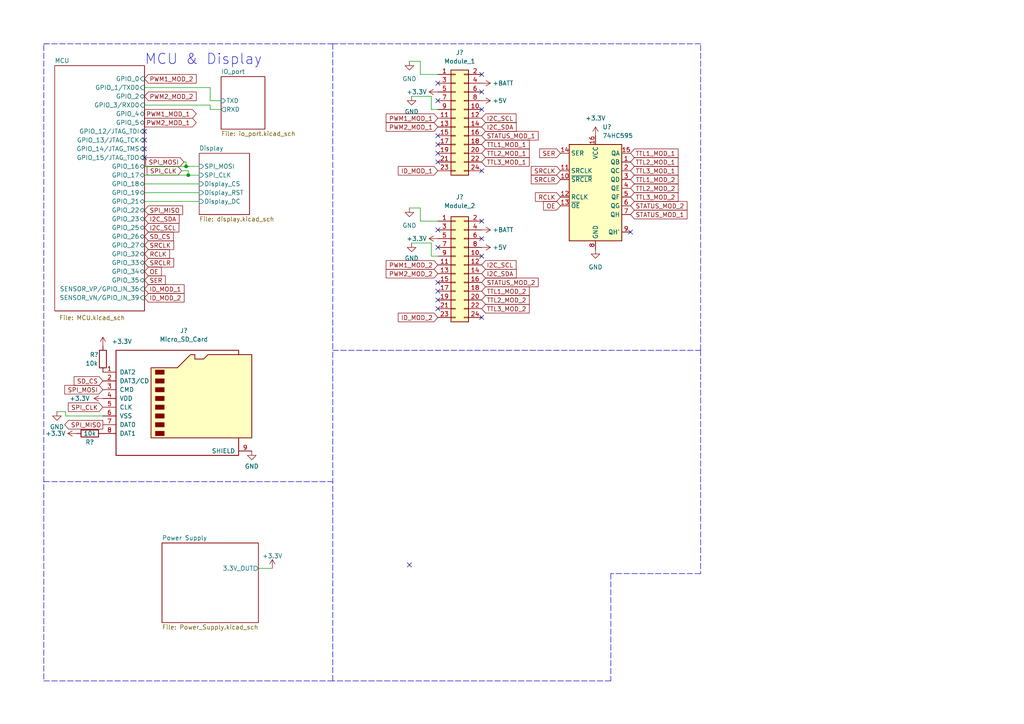
<source format=kicad_sch>
(kicad_sch (version 20211123) (generator eeschema)
  (paper "A4")
  (lib_symbols
    (symbol "74xx:74HC595"
      (property "Reference" "U" (at -7.62 13.97 0))
      (property "Value" "74HC595" (at -7.62 -16.51 0))
      (symbol "74HC595_1_0"
        (pin tri_state line (at 10.16 7.62 180) (length 2.54) (name "QB") (number "1"))
        (pin input line (at -10.16 2.54 0) (length 2.54) (name "~{SRCLR}") (number "10"))
        (pin input line (at -10.16 5.08 0) (length 2.54) (name "SRCLK") (number "11"))
        (pin input line (at -10.16 -2.54 0) (length 2.54) (name "RCLK") (number "12"))
        (pin input line (at -10.16 -5.08 0) (length 2.54) (name "~{OE}") (number "13"))
        (pin input line (at -10.16 10.16 0) (length 2.54) (name "SER") (number "14"))
        (pin tri_state line (at 10.16 10.16 180) (length 2.54) (name "QA") (number "15"))
        (pin power_in line (at 0 15.24 270) (length 2.54) (name "VCC") (number "16"))
        (pin tri_state line (at 10.16 5.08 180) (length 2.54) (name "QC") (number "2"))
        (pin tri_state line (at 10.16 2.54 180) (length 2.54) (name "QD") (number "3"))
        (pin tri_state line (at 10.16 0 180) (length 2.54) (name "QE") (number "4"))
        (pin tri_state line (at 10.16 -2.54 180) (length 2.54) (name "QF") (number "5"))
        (pin tri_state line (at 10.16 -5.08 180) (length 2.54) (name "QG") (number "6"))
        (pin tri_state line (at 10.16 -7.62 180) (length 2.54) (name "QH") (number "7"))
        (pin power_in line (at 0 -17.78 90) (length 2.54) (name "GND") (number "8"))
        (pin output line (at 10.16 -12.7 180) (length 2.54) (name "QH'") (number "9"))
      )
      (symbol "74HC595_1_1"
        (rectangle (start -7.62 12.7) (end 7.62 -15.24) (stroke (width 0.254)) (fill (type background)))
      )
    )
    (symbol "Connector:Micro_SD_Card" (pin_names (offset 1.016))
      (property "Reference" "J" (at -16.51 15.24 0))
      (property "Value" "Micro_SD_Card" (at 16.51 15.24 0))
      (symbol "Micro_SD_Card_0_1"
        (rectangle (start -7.62 -9.525) (end -5.08 -10.795) (fill (type outline)))
        (rectangle (start -7.62 -6.985) (end -5.08 -8.255) (fill (type outline)))
        (rectangle (start -7.62 -4.445) (end -5.08 -5.715) (fill (type outline)))
        (rectangle (start -7.62 -1.905) (end -5.08 -3.175) (fill (type outline)))
        (rectangle (start -7.62 0.635) (end -5.08 -0.635) (fill (type outline)))
        (rectangle (start -7.62 3.175) (end -5.08 1.905) (fill (type outline)))
        (rectangle (start -7.62 5.715) (end -5.08 4.445) (fill (type outline)))
        (rectangle (start -7.62 8.255) (end -5.08 6.985) (fill (type outline)))
        (polyline (pts (xy 16.51 12.7) (xy 16.51 13.97) (xy -19.05 13.97) (xy -19.05 -16.51) (xy 16.51 -16.51) (xy 16.51 -11.43)) (stroke (width 0.254)))
        (polyline (pts (xy -8.89 -11.43) (xy -8.89 8.89) (xy -1.27 8.89) (xy 2.54 12.7) (xy 3.81 12.7) (xy 3.81 11.43) (xy 6.35 11.43) (xy 7.62 12.7) (xy 20.32 12.7) (xy 20.32 -11.43) (xy -8.89 -11.43)) (stroke (width 0.254)) (fill (type background)))
      )
      (symbol "Micro_SD_Card_1_1"
        (pin bidirectional line (at -22.86 7.62 0) (length 3.81) (name "DAT2") (number "1"))
        (pin bidirectional line (at -22.86 5.08 0) (length 3.81) (name "DAT3/CD") (number "2"))
        (pin input line (at -22.86 2.54 0) (length 3.81) (name "CMD") (number "3"))
        (pin power_in line (at -22.86 0 0) (length 3.81) (name "VDD") (number "4"))
        (pin input line (at -22.86 -2.54 0) (length 3.81) (name "CLK") (number "5"))
        (pin power_in line (at -22.86 -5.08 0) (length 3.81) (name "VSS") (number "6"))
        (pin bidirectional line (at -22.86 -7.62 0) (length 3.81) (name "DAT0") (number "7"))
        (pin bidirectional line (at -22.86 -10.16 0) (length 3.81) (name "DAT1") (number "8"))
        (pin passive line (at 20.32 -15.24 180) (length 3.81) (name "SHIELD") (number "9"))
      )
    )
    (symbol "Connector_Generic:Conn_02x12_Odd_Even" (pin_names (offset 1.016) hide)
      (property "Reference" "J" (at 1.27 15.24 0))
      (property "Value" "Conn_02x12_Odd_Even" (at 1.27 -17.78 0))
      (symbol "Conn_02x12_Odd_Even_1_1"
        (rectangle (start -1.27 -15.113) (end 0 -15.367) (stroke (width 0.1524)))
        (rectangle (start -1.27 -12.573) (end 0 -12.827) (stroke (width 0.1524)))
        (rectangle (start -1.27 -10.033) (end 0 -10.287) (stroke (width 0.1524)))
        (rectangle (start -1.27 -7.493) (end 0 -7.747) (stroke (width 0.1524)))
        (rectangle (start -1.27 -4.953) (end 0 -5.207) (stroke (width 0.1524)))
        (rectangle (start -1.27 -2.413) (end 0 -2.667) (stroke (width 0.1524)))
        (rectangle (start -1.27 0.127) (end 0 -0.127) (stroke (width 0.1524)))
        (rectangle (start -1.27 2.667) (end 0 2.413) (stroke (width 0.1524)))
        (rectangle (start -1.27 5.207) (end 0 4.953) (stroke (width 0.1524)))
        (rectangle (start -1.27 7.747) (end 0 7.493) (stroke (width 0.1524)))
        (rectangle (start -1.27 10.287) (end 0 10.033) (stroke (width 0.1524)))
        (rectangle (start -1.27 12.827) (end 0 12.573) (stroke (width 0.1524)))
        (rectangle (start -1.27 13.97) (end 3.81 -16.51) (stroke (width 0.254)) (fill (type background)))
        (rectangle (start 3.81 -15.113) (end 2.54 -15.367) (stroke (width 0.1524)))
        (rectangle (start 3.81 -12.573) (end 2.54 -12.827) (stroke (width 0.1524)))
        (rectangle (start 3.81 -10.033) (end 2.54 -10.287) (stroke (width 0.1524)))
        (rectangle (start 3.81 -7.493) (end 2.54 -7.747) (stroke (width 0.1524)))
        (rectangle (start 3.81 -4.953) (end 2.54 -5.207) (stroke (width 0.1524)))
        (rectangle (start 3.81 -2.413) (end 2.54 -2.667) (stroke (width 0.1524)))
        (rectangle (start 3.81 0.127) (end 2.54 -0.127) (stroke (width 0.1524)))
        (rectangle (start 3.81 2.667) (end 2.54 2.413) (stroke (width 0.1524)))
        (rectangle (start 3.81 5.207) (end 2.54 4.953) (stroke (width 0.1524)))
        (rectangle (start 3.81 7.747) (end 2.54 7.493) (stroke (width 0.1524)))
        (rectangle (start 3.81 10.287) (end 2.54 10.033) (stroke (width 0.1524)))
        (rectangle (start 3.81 12.827) (end 2.54 12.573) (stroke (width 0.1524)))
        (pin passive line (at -5.08 12.7 0) (length 3.81) (name "Pin_1") (number "1"))
        (pin passive line (at 7.62 2.54 180) (length 3.81) (name "Pin_10") (number "10"))
        (pin passive line (at -5.08 0 0) (length 3.81) (name "Pin_11") (number "11"))
        (pin passive line (at 7.62 0 180) (length 3.81) (name "Pin_12") (number "12"))
        (pin passive line (at -5.08 -2.54 0) (length 3.81) (name "Pin_13") (number "13"))
        (pin passive line (at 7.62 -2.54 180) (length 3.81) (name "Pin_14") (number "14"))
        (pin passive line (at -5.08 -5.08 0) (length 3.81) (name "Pin_15") (number "15"))
        (pin passive line (at 7.62 -5.08 180) (length 3.81) (name "Pin_16") (number "16"))
        (pin passive line (at -5.08 -7.62 0) (length 3.81) (name "Pin_17") (number "17"))
        (pin passive line (at 7.62 -7.62 180) (length 3.81) (name "Pin_18") (number "18"))
        (pin passive line (at -5.08 -10.16 0) (length 3.81) (name "Pin_19") (number "19"))
        (pin passive line (at 7.62 12.7 180) (length 3.81) (name "Pin_2") (number "2"))
        (pin passive line (at 7.62 -10.16 180) (length 3.81) (name "Pin_20") (number "20"))
        (pin passive line (at -5.08 -12.7 0) (length 3.81) (name "Pin_21") (number "21"))
        (pin passive line (at 7.62 -12.7 180) (length 3.81) (name "Pin_22") (number "22"))
        (pin passive line (at -5.08 -15.24 0) (length 3.81) (name "Pin_23") (number "23"))
        (pin passive line (at 7.62 -15.24 180) (length 3.81) (name "Pin_24") (number "24"))
        (pin passive line (at -5.08 10.16 0) (length 3.81) (name "Pin_3") (number "3"))
        (pin passive line (at 7.62 10.16 180) (length 3.81) (name "Pin_4") (number "4"))
        (pin passive line (at -5.08 7.62 0) (length 3.81) (name "Pin_5") (number "5"))
        (pin passive line (at 7.62 7.62 180) (length 3.81) (name "Pin_6") (number "6"))
        (pin passive line (at -5.08 5.08 0) (length 3.81) (name "Pin_7") (number "7"))
        (pin passive line (at 7.62 5.08 180) (length 3.81) (name "Pin_8") (number "8"))
        (pin passive line (at -5.08 2.54 0) (length 3.81) (name "Pin_9") (number "9"))
      )
    )
    (symbol "Device:R" (pin_numbers hide) (pin_names (offset 0))
      (property "Reference" "R" (at 2.032 0 90))
      (property "Value" "R" (at 0 0 90))
      (symbol "R_0_1"
        (rectangle (start -1.016 -2.54) (end 1.016 2.54) (stroke (width 0.254)))
      )
      (symbol "R_1_1"
        (pin passive line (at 0 3.81 270) (length 1.27) (name "~") (number "1"))
        (pin passive line (at 0 -3.81 90) (length 1.27) (name "~") (number "2"))
      )
    )
    (symbol "power:+3.3V" (power) (pin_names (offset 0))
      (property "Value" "+3.3V" (at 0 3.556 0))
      (symbol "+3.3V_0_1"
        (polyline (pts (xy -0.762 1.27) (xy 0 2.54)))
        (polyline (pts (xy 0 0) (xy 0 2.54)))
        (polyline (pts (xy 0 2.54) (xy 0.762 1.27)))
      )
      (symbol "+3.3V_1_1"
        (pin power_in line (at 0 0 90) (length 0) hide (name "+3.3V") (number "1"))
      )
    )
    (symbol "power:+5V" (power) (pin_names (offset 0))
      (property "Value" "+5V" (at 0 3.556 0))
      (symbol "+5V_0_1"
        (polyline (pts (xy -0.762 1.27) (xy 0 2.54)))
        (polyline (pts (xy 0 0) (xy 0 2.54)))
        (polyline (pts (xy 0 2.54) (xy 0.762 1.27)))
      )
      (symbol "+5V_1_1"
        (pin power_in line (at 0 0 90) (length 0) hide (name "+5V") (number "1"))
      )
    )
    (symbol "power:+BATT" (power) (pin_names (offset 0))
      (property "Value" "+BATT" (at 0 3.556 0))
      (symbol "+BATT_0_1"
        (polyline (pts (xy -0.762 1.27) (xy 0 2.54)))
        (polyline (pts (xy 0 0) (xy 0 2.54)))
        (polyline (pts (xy 0 2.54) (xy 0.762 1.27)))
      )
      (symbol "+BATT_1_1"
        (pin power_in line (at 0 0 90) (length 0) hide (name "+BATT") (number "1"))
      )
    )
    (symbol "power:GND" (power) (pin_names (offset 0))
      (property "Value" "GND" (at 0 -3.81 0))
      (symbol "GND_0_1"
        (polyline (pts (xy 0 0) (xy 0 -1.27) (xy 1.27 -1.27) (xy 0 -2.54) (xy -1.27 -1.27) (xy 0 -1.27)))
      )
      (symbol "GND_1_1"
        (pin power_in line (at 0 0 270) (length 0) hide (name "GND") (number "1"))
      )
    )
  )
  (junction (at 53.975 48.26))
  (junction (at 54.61 50.8))
  (no_connect (at 118.745 163.83))
  (no_connect (at 41.91 40.64))
  (no_connect (at 41.91 38.1))
  (no_connect (at 41.91 43.18))
  (no_connect (at 41.91 45.72))
  (no_connect (at 139.7 69.215))
  (no_connect (at 127 41.91))
  (no_connect (at 127 84.455))
  (no_connect (at 127 44.45))
  (no_connect (at 182.88 67.31))
  (no_connect (at 139.7 49.53))
  (no_connect (at 139.7 74.295))
  (no_connect (at 139.7 64.135))
  (no_connect (at 127 24.13))
  (no_connect (at 139.7 21.59))
  (no_connect (at 139.7 26.67))
  (no_connect (at 127 81.915))
  (no_connect (at 139.7 31.75))
  (no_connect (at 127 29.21))
  (no_connect (at 127 86.995))
  (no_connect (at 127 46.99))
  (no_connect (at 127 89.535))
  (no_connect (at 127 66.675))
  (no_connect (at 127 71.755))
  (no_connect (at 139.7 92.075))
  (no_connect (at 127 39.37))
  (wire (pts (xy 125.095 27.94) (xy 125.095 31.75)))
  (polyline (pts (xy 203.2 166.37) (xy 177.165 166.37)))
  (wire (pts (xy 60.96 29.21) (xy 64.135 29.21)))
  (wire (pts (xy 53.34 46.99) (xy 53.975 46.99)))
  (wire (pts (xy 52.705 49.53) (xy 54.61 49.53)))
  (wire (pts (xy 121.92 17.78) (xy 121.92 21.59)))
  (polyline (pts (xy 203.2 101.6) (xy 203.2 12.7)))
  (wire (pts (xy 41.91 53.34) (xy 57.785 53.34)))
  (wire (pts (xy 119.38 70.485) (xy 125.095 70.485)))
  (wire (pts (xy 125.095 74.295) (xy 127 74.295)))
  (wire (pts (xy 64.135 31.75) (xy 60.96 31.75)))
  (wire (pts (xy 125.095 31.75) (xy 127 31.75)))
  (wire (pts (xy 118.745 17.78) (xy 121.92 17.78)))
  (polyline (pts (xy 12.7 139.7) (xy 96.52 139.7)))
  (polyline (pts (xy 96.52 197.485) (xy 96.52 101.6)))
  (wire (pts (xy 118.745 60.325) (xy 121.92 60.325)))
  (polyline (pts (xy 12.7 12.7) (xy 13.97 12.7)))
  (wire (pts (xy 41.91 48.26) (xy 53.975 48.26)))
  (polyline (pts (xy 12.7 101.6) (xy 12.7 12.7)))
  (wire (pts (xy 121.92 60.325) (xy 121.92 64.135)))
  (wire (pts (xy 54.61 49.53) (xy 54.61 50.8)))
  (wire (pts (xy 41.91 50.8) (xy 54.61 50.8)))
  (polyline (pts (xy 177.165 166.37) (xy 177.165 197.485)))
  (polyline (pts (xy 203.2 12.7) (xy 96.52 12.7)))
  (wire (pts (xy 41.91 30.48) (xy 60.96 30.48)))
  (wire (pts (xy 53.975 46.99) (xy 53.975 48.26)))
  (wire (pts (xy 119.38 27.94) (xy 125.095 27.94)))
  (polyline (pts (xy 203.2 101.6) (xy 203.2 166.37)))
  (wire (pts (xy 121.92 21.59) (xy 127 21.59)))
  (wire (pts (xy 60.96 25.4) (xy 60.96 29.21)))
  (wire (pts (xy 19.05 120.65) (xy 19.05 119.38)))
  (polyline (pts (xy 12.7 197.485) (xy 96.52 197.485)))
  (polyline (pts (xy 12.7 12.7) (xy 96.52 12.7)))
  (wire (pts (xy 19.05 119.38) (xy 16.51 119.38)))
  (polyline (pts (xy 12.7 101.6) (xy 12.7 197.485)))
  (wire (pts (xy 29.845 120.65) (xy 19.05 120.65)))
  (polyline (pts (xy 96.52 12.7) (xy 96.52 101.6)))
  (wire (pts (xy 60.96 31.75) (xy 60.96 30.48)))
  (polyline (pts (xy 177.165 197.485) (xy 96.52 197.485)))
  (wire (pts (xy 74.93 164.846) (xy 78.994 164.846)))
  (wire (pts (xy 54.61 50.8) (xy 57.785 50.8)))
  (wire (pts (xy 41.91 58.42) (xy 57.785 58.42)))
  (wire (pts (xy 121.92 64.135) (xy 127 64.135)))
  (polyline (pts (xy 96.52 101.6) (xy 203.2 101.6)))
  (wire (pts (xy 41.91 55.88) (xy 57.785 55.88)))
  (wire (pts (xy 125.095 70.485) (xy 125.095 74.295)))
  (wire (pts (xy 53.975 48.26) (xy 57.785 48.26)))
  (wire (pts (xy 41.91 25.4) (xy 60.96 25.4)))
  (text "MCU & Display" (at 41.91 19.05 0) (effects (font (size 3 3)) (justify left bottom)))
  (global_label "I2C_SDA" (shape input) (at 139.7 79.375 0) (property "Intersheet-verwijzingen" "${INTERSHEET_REFS}" (effects hide)))
  (global_label "I2C_SCL" (shape input) (at 41.91 66.04 0) (property "Intersheet-verwijzingen" "${INTERSHEET_REFS}" (effects hide)))
  (global_label "ID_MOD_1" (shape input) (at 41.91 83.82 0) (property "Intersheet-verwijzingen" "${INTERSHEET_REFS}" (effects hide)))
  (global_label "PWM1_MOD_2" (shape input) (at 127 76.835 180) (property "Intersheet-verwijzingen" "${INTERSHEET_REFS}" (effects hide)))
  (global_label "PWM2_MOD_2" (shape input) (at 127 79.375 180) (property "Intersheet-verwijzingen" "${INTERSHEET_REFS}" (effects hide)))
  (global_label "STATUS_MOD_1" (shape input) (at 139.7 39.37 0) (property "Intersheet-verwijzingen" "${INTERSHEET_REFS}" (effects hide)))
  (global_label "TTL1_MOD_2" (shape input) (at 139.7 84.455 0) (property "Intersheet-verwijzingen" "${INTERSHEET_REFS}" (effects hide)))
  (global_label "RCLK" (shape input) (at 162.56 57.15 180) (property "Intersheet-verwijzingen" "${INTERSHEET_REFS}" (effects hide)))
  (global_label "SD_CS" (shape input) (at 41.91 68.58 0) (property "Intersheet-verwijzingen" "${INTERSHEET_REFS}" (effects hide)))
  (global_label "ID_MOD_2" (shape input) (at 41.91 86.36 0) (property "Intersheet-verwijzingen" "${INTERSHEET_REFS}" (effects hide)))
  (global_label "SRCLR" (shape input) (at 162.56 52.07 180) (property "Intersheet-verwijzingen" "${INTERSHEET_REFS}" (effects hide)))
  (global_label "I2C_SDA" (shape input) (at 41.91 63.5 0) (property "Intersheet-verwijzingen" "${INTERSHEET_REFS}" (effects hide)))
  (global_label "TTL1_MOD_2" (shape input) (at 182.88 52.07 0) (property "Intersheet-verwijzingen" "${INTERSHEET_REFS}" (effects hide)))
  (global_label "SD_CS" (shape input) (at 29.845 110.49 180) (property "Intersheet-verwijzingen" "${INTERSHEET_REFS}" (effects hide)))
  (global_label "SRCLK" (shape input) (at 41.91 71.12 0) (property "Intersheet-verwijzingen" "${INTERSHEET_REFS}" (effects hide)))
  (global_label "I2C_SCL" (shape input) (at 139.7 76.835 0) (property "Intersheet-verwijzingen" "${INTERSHEET_REFS}" (effects hide)))
  (global_label "OE" (shape input) (at 162.56 59.69 180) (property "Intersheet-verwijzingen" "${INTERSHEET_REFS}" (effects hide)))
  (global_label "SPI_CLK" (shape input) (at 52.705 49.53 180) (property "Intersheet-verwijzingen" "${INTERSHEET_REFS}" (effects hide)))
  (global_label "PWM2_MOD_1" (shape output) (at 41.91 35.56 0) (property "Intersheet-verwijzingen" "${INTERSHEET_REFS}" (effects hide)))
  (global_label "SPI_CLK" (shape input) (at 29.845 118.11 180) (property "Intersheet-verwijzingen" "${INTERSHEET_REFS}" (effects hide)))
  (global_label "SER" (shape input) (at 41.91 81.28 0) (property "Intersheet-verwijzingen" "${INTERSHEET_REFS}" (effects hide)))
  (global_label "SPI_MISO" (shape input) (at 41.91 60.96 0) (property "Intersheet-verwijzingen" "${INTERSHEET_REFS}" (effects hide)))
  (global_label "TTL2_MOD_2" (shape input) (at 139.7 86.995 0) (property "Intersheet-verwijzingen" "${INTERSHEET_REFS}" (effects hide)))
  (global_label "I2C_SDA" (shape input) (at 139.7 36.83 0) (property "Intersheet-verwijzingen" "${INTERSHEET_REFS}" (effects hide)))
  (global_label "PWM1_MOD_1" (shape input) (at 127 34.29 180) (property "Intersheet-verwijzingen" "${INTERSHEET_REFS}" (effects hide)))
  (global_label "PWM1_MOD_2" (shape input) (at 41.91 22.86 0) (property "Intersheet-verwijzingen" "${INTERSHEET_REFS}" (effects hide)))
  (global_label "TTL2_MOD_2" (shape input) (at 182.88 54.61 0) (property "Intersheet-verwijzingen" "${INTERSHEET_REFS}" (effects hide)))
  (global_label "ID_MOD_1" (shape input) (at 127 49.53 180) (property "Intersheet-verwijzingen" "${INTERSHEET_REFS}" (effects hide)))
  (global_label "SRCLR" (shape input) (at 41.91 76.2 0) (property "Intersheet-verwijzingen" "${INTERSHEET_REFS}" (effects hide)))
  (global_label "PWM1_MOD_1" (shape output) (at 41.91 33.02 0) (property "Intersheet-verwijzingen" "${INTERSHEET_REFS}" (effects hide)))
  (global_label "I2C_SCL" (shape input) (at 139.7 34.29 0) (property "Intersheet-verwijzingen" "${INTERSHEET_REFS}" (effects hide)))
  (global_label "TTL1_MOD_1" (shape input) (at 182.88 44.45 0) (property "Intersheet-verwijzingen" "${INTERSHEET_REFS}" (effects hide)))
  (global_label "PWM2_MOD_2" (shape input) (at 41.91 27.94 0) (property "Intersheet-verwijzingen" "${INTERSHEET_REFS}" (effects hide)))
  (global_label "SPI_MOSI" (shape input) (at 53.34 46.99 180) (property "Intersheet-verwijzingen" "${INTERSHEET_REFS}" (effects hide)))
  (global_label "STATUS_MOD_2" (shape input) (at 182.88 59.69 0) (property "Intersheet-verwijzingen" "${INTERSHEET_REFS}" (effects hide)))
  (global_label "SPI_MOSI" (shape input) (at 29.845 113.03 180) (property "Intersheet-verwijzingen" "${INTERSHEET_REFS}" (effects hide)))
  (global_label "ID_MOD_2" (shape input) (at 127 92.075 180) (property "Intersheet-verwijzingen" "${INTERSHEET_REFS}" (effects hide)))
  (global_label "STATUS_MOD_1" (shape input) (at 182.88 62.23 0) (property "Intersheet-verwijzingen" "${INTERSHEET_REFS}" (effects hide)))
  (global_label "TTL2_MOD_1" (shape input) (at 182.88 46.99 0) (property "Intersheet-verwijzingen" "${INTERSHEET_REFS}" (effects hide)))
  (global_label "PWM2_MOD_1" (shape input) (at 127 36.83 180) (property "Intersheet-verwijzingen" "${INTERSHEET_REFS}" (effects hide)))
  (global_label "TTL3_MOD_2" (shape input) (at 182.88 57.15 0) (property "Intersheet-verwijzingen" "${INTERSHEET_REFS}" (effects hide)))
  (global_label "RCLK" (shape input) (at 41.91 73.66 0) (property "Intersheet-verwijzingen" "${INTERSHEET_REFS}" (effects hide)))
  (global_label "TTL2_MOD_1" (shape input) (at 139.7 44.45 0) (property "Intersheet-verwijzingen" "${INTERSHEET_REFS}" (effects hide)))
  (global_label "SRCLK" (shape input) (at 162.56 49.53 180) (property "Intersheet-verwijzingen" "${INTERSHEET_REFS}" (effects hide)))
  (global_label "TTL3_MOD_1" (shape input) (at 139.7 46.99 0) (property "Intersheet-verwijzingen" "${INTERSHEET_REFS}" (effects hide)))
  (global_label "TTL1_MOD_1" (shape input) (at 139.7 41.91 0) (property "Intersheet-verwijzingen" "${INTERSHEET_REFS}" (effects hide)))
  (global_label "SER" (shape input) (at 162.56 44.45 180) (property "Intersheet-verwijzingen" "${INTERSHEET_REFS}" (effects hide)))
  (global_label "TTL3_MOD_1" (shape input) (at 182.88 49.53 0) (property "Intersheet-verwijzingen" "${INTERSHEET_REFS}" (effects hide)))
  (global_label "OE" (shape input) (at 41.91 78.74 0) (property "Intersheet-verwijzingen" "${INTERSHEET_REFS}" (effects hide)))
  (global_label "TTL3_MOD_2" (shape input) (at 139.7 89.535 0) (property "Intersheet-verwijzingen" "${INTERSHEET_REFS}" (effects hide)))
  (global_label "SPI_MISO" (shape output) (at 29.845 123.19 180) (property "Intersheet-verwijzingen" "${INTERSHEET_REFS}" (effects hide)))
  (global_label "STATUS_MOD_2" (shape input) (at 139.7 81.915 0) (property "Intersheet-verwijzingen" "${INTERSHEET_REFS}" (effects hide)))
  (symbol (lib_id "power:+5V") (at 139.7 71.755 270) (unit 1)
    (property "Reference" "#PWR?" (effects hide))
    (property "Value" "+5V" (at 142.875 71.7549 90) (effects (justify left)))
  )
  (symbol (lib_id "Connector_Generic:Conn_02x12_Odd_Even") (at 132.08 76.835 0) (unit 1)
    (property "Reference" "J?" (at 133.35 57.15 0))
    (property "Value" "Module_2" (at 133.35 59.69 0))
  )
  (symbol (lib_id "74xx:74HC595") (at 172.72 54.61 0) (unit 1)
    (property "Reference" "U?" (at 174.7394 36.83 0) (effects (justify left)))
    (property "Value" "74HC595" (at 174.7394 39.37 0) (effects (justify left)))
    (property "Datasheet" "http://www.ti.com/lit/ds/symlink/sn74hc595.pdf" (effects hide))
  )
  (symbol (lib_id "power:+3.3V") (at 22.225 125.73 90) (unit 1)
    (property "Reference" "#PWR?" (effects hide))
    (property "Value" "+3.3V" (at 19.05 125.7299 90) (effects (justify left)))
  )
  (symbol (lib_id "power:GND") (at 73.025 130.81 0) (unit 1)
    (property "Reference" "#PWR?" (effects hide))
    (property "Value" "GND" (at 73.025 135.255 0))
  )
  (symbol (lib_id "power:GND") (at 119.38 27.94 0) (unit 1)
    (property "Reference" "#PWR?" (effects hide))
    (property "Value" "GND" (at 119.38 32.385 0))
  )
  (symbol (lib_id "power:+3.3V") (at 172.72 39.37 0) (unit 1)
    (property "Reference" "#PWR?" (effects hide))
    (property "Value" "+3.3V" (at 172.72 34.29 0))
  )
  (symbol (lib_id "power:GND") (at 118.745 60.325 0) (unit 1)
    (property "Reference" "#PWR?" (effects hide))
    (property "Value" "GND" (at 118.745 65.405 0))
  )
  (symbol (lib_id "power:GND") (at 118.745 17.78 0) (unit 1)
    (property "Reference" "#PWR?" (effects hide))
    (property "Value" "GND" (at 118.745 22.86 0))
  )
  (symbol (lib_id "power:+BATT") (at 139.7 66.675 270) (unit 1)
    (property "Reference" "#PWR?" (effects hide))
    (property "Value" "+BATT" (at 142.875 66.6749 90) (effects (justify left)))
  )
  (symbol (lib_id "Device:R") (at 26.035 125.73 270) (unit 1)
    (property "Reference" "R?" (at 26.035 128.27 90))
    (property "Value" "10k" (at 26.035 125.73 90))
  )
  (symbol (lib_id "power:+3.3V") (at 29.845 100.33 0) (unit 1)
    (property "Reference" "#PWR?" (effects hide))
    (property "Value" "+3.3V" (at 32.385 99.0599 0) (effects (justify left)))
  )
  (symbol (lib_id "power:GND") (at 172.72 72.39 0) (unit 1)
    (property "Reference" "#PWR?" (effects hide))
    (property "Value" "GND" (at 172.72 77.47 0))
  )
  (symbol (lib_id "power:GND") (at 119.38 70.485 0) (unit 1)
    (property "Reference" "#PWR?" (effects hide))
    (property "Value" "GND" (at 119.38 74.93 0))
  )
  (symbol (lib_id "Connector:Micro_SD_Card") (at 52.705 115.57 0) (unit 1)
    (property "Reference" "J?" (at 53.34 95.885 0))
    (property "Value" "Micro_SD_Card" (at 53.34 98.425 0))
    (property "Datasheet" "http://katalog.we-online.de/em/datasheet/693072010801.pdf" (effects hide))
  )
  (symbol (lib_id "power:+5V") (at 139.7 29.21 270) (unit 1)
    (property "Reference" "#PWR?" (effects hide))
    (property "Value" "+5V" (at 142.875 29.2099 90) (effects (justify left)))
  )
  (symbol (lib_id "power:+3.3V") (at 127 26.67 90) (unit 1)
    (property "Reference" "#PWR?" (effects hide))
    (property "Value" "+3.3V" (at 123.825 26.6699 90) (effects (justify left)))
  )
  (symbol (lib_id "Device:R") (at 29.845 104.14 0) (unit 1)
    (property "Reference" "R?" (at 26.035 102.87 0) (effects (justify left)))
    (property "Value" "10k" (at 24.765 105.41 0) (effects (justify left)))
  )
  (symbol (lib_id "power:+3.3V") (at 127 69.215 90) (unit 1)
    (property "Reference" "#PWR?" (effects hide))
    (property "Value" "+3.3V" (at 123.825 69.2149 90) (effects (justify left)))
  )
  (symbol (lib_id "power:+BATT") (at 139.7 24.13 270) (unit 1)
    (property "Reference" "#PWR?" (effects hide))
    (property "Value" "+BATT" (at 142.875 24.1299 90) (effects (justify left)))
  )
  (symbol (lib_id "power:+3.3V") (at 29.845 115.57 90) (unit 1)
    (property "Reference" "#PWR?" (effects hide))
    (property "Value" "+3.3V" (at 26.035 115.5699 90) (effects (justify left)))
  )
  (symbol (lib_id "Connector_Generic:Conn_02x12_Odd_Even") (at 132.08 34.29 0) (unit 1)
    (property "Reference" "J?" (at 133.35 15.24 0))
    (property "Value" "Module_1" (at 133.35 17.78 0))
  )
  (symbol (lib_id "power:GND") (at 16.51 119.38 0) (unit 1)
    (property "Reference" "#PWR?" (effects hide))
    (property "Value" "GND" (at 16.51 123.825 0))
  )
  (symbol (lib_id "power:+3.3V") (at 78.994 164.846 0) (unit 1)
    (property "Reference" "#PWR?" (effects hide))
    (property "Value" "+3.3V" (at 78.994 161.2702 0))
  )
  (sheet (at 64.135 22.225) (size 12.7 15.24) (stroke (width 0.1524))
    (property "Sheet name" "IO_port" (at 64.135 21.5134 0) (effects (justify left bottom)))
    (property "Sheet file" "io_port.kicad_sch" (at 64.135 38.0496 0) (effects (justify left top)))
    (pin "TXD" input (at 64.135 29.21 180))
    (pin "RXD" output (at 64.135 31.75 180))
  )
  (sheet (at 15.875 19.05) (size 26.035 71.12) (stroke (width 0.1524))
    (property "Sheet name" "MCU" (at 15.875 18.3384 0) (effects (justify left bottom)))
    (property "Sheet file" "MCU.kicad_sch" (at 17.145 91.44 0) (effects (justify left top)))
    (pin "SENSOR_VP{slash}GPIO_IN_36" input (at 41.91 83.82 0))
    (pin "SENSOR_VN{slash}GPIO_IN_39" input (at 41.91 86.36 0))
    (pin "GPIO_0" input (at 41.91 22.86 0))
    (pin "GPIO_15{slash}JTAG_TDO" input (at 41.91 45.72 0))
    (pin "GPIO_14{slash}JTAG_TMS" input (at 41.91 43.18 0))
    (pin "GPIO_12{slash}JTAG_TDI" input (at 41.91 38.1 0))
    (pin "GPIO_13{slash}JTAG_TCK" input (at 41.91 40.64 0))
    (pin "GPIO_16" bidirectional (at 41.91 48.26 0))
    (pin "GPIO_17" bidirectional (at 41.91 50.8 0))
    (pin "GPIO_23" bidirectional (at 41.91 63.5 0))
    (pin "GPIO_25" bidirectional (at 41.91 66.04 0))
    (pin "GPIO_26" bidirectional (at 41.91 68.58 0))
    (pin "GPIO_27" bidirectional (at 41.91 71.12 0))
    (pin "GPIO_32" bidirectional (at 41.91 73.66 0))
    (pin "GPIO_3{slash}RXD0" input (at 41.91 30.48 0))
    (pin "GPIO_1{slash}TXD0" input (at 41.91 25.4 0))
    (pin "GPIO_4" bidirectional (at 41.91 33.02 0))
    (pin "GPIO_2" bidirectional (at 41.91 27.94 0))
    (pin "GPIO_5" bidirectional (at 41.91 35.56 0))
    (pin "GPIO_18" bidirectional (at 41.91 53.34 0))
    (pin "GPIO_22" bidirectional (at 41.91 60.96 0))
    (pin "GPIO_19" bidirectional (at 41.91 55.88 0))
    (pin "GPIO_21" bidirectional (at 41.91 58.42 0))
    (pin "GPIO_33" bidirectional (at 41.91 76.2 0))
    (pin "GPIO_34" bidirectional (at 41.91 78.74 0))
    (pin "GPIO_35" bidirectional (at 41.91 81.28 0))
  )
  (sheet (at 46.99 157.48) (size 27.94 23.114) (stroke (width 0.1524))
    (property "Sheet name" "Power Supply" (at 46.99 156.7684 0) (effects (justify left bottom)))
    (property "Sheet file" "Power_Supply.kicad_sch" (at 46.99 181.1786 0) (effects (justify left top)))
    (pin "3.3V_OUT" output (at 74.93 164.846 0))
  )
  (sheet (at 57.785 44.45) (size 14.605 17.78) (stroke (width 0.1524))
    (property "Sheet name" "Display" (at 57.785 43.7384 0) (effects (justify left bottom)))
    (property "Sheet file" "display.kicad_sch" (at 57.785 62.8146 0) (effects (justify left top)))
    (pin "Display_CS" input (at 57.785 53.34 180))
    (pin "Display_DC" input (at 57.785 58.42 180))
    (pin "SPI_CLK" input (at 57.785 50.8 180))
    (pin "SPI_MOSI" input (at 57.785 48.26 180))
    (pin "Display_RST" input (at 57.785 55.88 180))
  )
)
</source>
